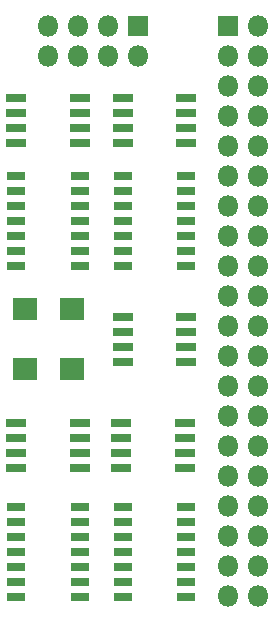
<source format=gts>
G04 #@! TF.GenerationSoftware,KiCad,Pcbnew,5.0.0-fee4fd1~66~ubuntu18.04.1*
G04 #@! TF.CreationDate,2018-09-10T21:16:37+02:00*
G04 #@! TF.ProjectId,QuadCAN-FD,5175616443414E2D46442E6B69636164,rev?*
G04 #@! TF.SameCoordinates,Original*
G04 #@! TF.FileFunction,Soldermask,Top*
G04 #@! TF.FilePolarity,Negative*
%FSLAX46Y46*%
G04 Gerber Fmt 4.6, Leading zero omitted, Abs format (unit mm)*
G04 Created by KiCad (PCBNEW 5.0.0-fee4fd1~66~ubuntu18.04.1) date Mon Sep 10 21:16:37 2018*
%MOMM*%
%LPD*%
G01*
G04 APERTURE LIST*
%ADD10R,1.651600X0.701600*%
%ADD11R,2.101600X1.901600*%
%ADD12R,1.801600X1.801600*%
%ADD13O,1.801600X1.801600*%
%ADD14R,1.601600X0.701600*%
G04 APERTURE END LIST*
D10*
G04 #@! TO.C,U9*
X92667500Y-50060000D03*
X92667500Y-51330000D03*
X92667500Y-52600000D03*
X92667500Y-53870000D03*
X98067500Y-53870000D03*
X98067500Y-52600000D03*
X98067500Y-51330000D03*
X98067500Y-50060000D03*
G04 #@! TD*
D11*
G04 #@! TO.C,X1*
X84367500Y-49425000D03*
X84367500Y-54505000D03*
X88367500Y-54505000D03*
X88367500Y-49425000D03*
G04 #@! TD*
D12*
G04 #@! TO.C,J1*
X101600000Y-25400000D03*
D13*
X104140000Y-25400000D03*
X101600000Y-27940000D03*
X104140000Y-27940000D03*
X101600000Y-30480000D03*
X104140000Y-30480000D03*
X101600000Y-33020000D03*
X104140000Y-33020000D03*
X101600000Y-35560000D03*
X104140000Y-35560000D03*
X101600000Y-38100000D03*
X104140000Y-38100000D03*
X101600000Y-40640000D03*
X104140000Y-40640000D03*
X101600000Y-43180000D03*
X104140000Y-43180000D03*
X101600000Y-45720000D03*
X104140000Y-45720000D03*
X101600000Y-48260000D03*
X104140000Y-48260000D03*
X101600000Y-50800000D03*
X104140000Y-50800000D03*
X101600000Y-53340000D03*
X104140000Y-53340000D03*
X101600000Y-55880000D03*
X104140000Y-55880000D03*
X101600000Y-58420000D03*
X104140000Y-58420000D03*
X101600000Y-60960000D03*
X104140000Y-60960000D03*
X101600000Y-63500000D03*
X104140000Y-63500000D03*
X101600000Y-66040000D03*
X104140000Y-66040000D03*
X101600000Y-68580000D03*
X104140000Y-68580000D03*
X101600000Y-71120000D03*
X104140000Y-71120000D03*
X101600000Y-73660000D03*
X104140000Y-73660000D03*
G04 #@! TD*
D12*
G04 #@! TO.C,J2*
X93980000Y-25400000D03*
D13*
X93980000Y-27940000D03*
X91440000Y-25400000D03*
X91440000Y-27940000D03*
X88900000Y-25400000D03*
X88900000Y-27940000D03*
X86360000Y-25400000D03*
X86360000Y-27940000D03*
G04 #@! TD*
D14*
G04 #@! TO.C,U1*
X92667500Y-38155000D03*
X92667500Y-39425000D03*
X92667500Y-40695000D03*
X92667500Y-41965000D03*
X92667500Y-43235000D03*
X92667500Y-44505000D03*
X92667500Y-45775000D03*
X98067500Y-45775000D03*
X98067500Y-44505000D03*
X98067500Y-43235000D03*
X98067500Y-41965000D03*
X98067500Y-40695000D03*
X98067500Y-39425000D03*
X98067500Y-38155000D03*
G04 #@! TD*
G04 #@! TO.C,U2*
X89067500Y-38155000D03*
X89067500Y-39425000D03*
X89067500Y-40695000D03*
X89067500Y-41965000D03*
X89067500Y-43235000D03*
X89067500Y-44505000D03*
X89067500Y-45775000D03*
X83667500Y-45775000D03*
X83667500Y-44505000D03*
X83667500Y-43235000D03*
X83667500Y-41965000D03*
X83667500Y-40695000D03*
X83667500Y-39425000D03*
X83667500Y-38155000D03*
G04 #@! TD*
G04 #@! TO.C,U3*
X92667500Y-66155000D03*
X92667500Y-67425000D03*
X92667500Y-68695000D03*
X92667500Y-69965000D03*
X92667500Y-71235000D03*
X92667500Y-72505000D03*
X92667500Y-73775000D03*
X98067500Y-73775000D03*
X98067500Y-72505000D03*
X98067500Y-71235000D03*
X98067500Y-69965000D03*
X98067500Y-68695000D03*
X98067500Y-67425000D03*
X98067500Y-66155000D03*
G04 #@! TD*
G04 #@! TO.C,U4*
X89067500Y-66155000D03*
X89067500Y-67425000D03*
X89067500Y-68695000D03*
X89067500Y-69965000D03*
X89067500Y-71235000D03*
X89067500Y-72505000D03*
X89067500Y-73775000D03*
X83667500Y-73775000D03*
X83667500Y-72505000D03*
X83667500Y-71235000D03*
X83667500Y-69965000D03*
X83667500Y-68695000D03*
X83667500Y-67425000D03*
X83667500Y-66155000D03*
G04 #@! TD*
D10*
G04 #@! TO.C,U5*
X98067500Y-31560000D03*
X98067500Y-32830000D03*
X98067500Y-34100000D03*
X98067500Y-35370000D03*
X92667500Y-35370000D03*
X92667500Y-34100000D03*
X92667500Y-32830000D03*
X92667500Y-31560000D03*
G04 #@! TD*
G04 #@! TO.C,U6*
X83667500Y-31560000D03*
X83667500Y-32830000D03*
X83667500Y-34100000D03*
X83667500Y-35370000D03*
X89067500Y-35370000D03*
X89067500Y-34100000D03*
X89067500Y-32830000D03*
X89067500Y-31560000D03*
G04 #@! TD*
G04 #@! TO.C,U7*
X97950000Y-59055000D03*
X97950000Y-60325000D03*
X97950000Y-61595000D03*
X97950000Y-62865000D03*
X92550000Y-62865000D03*
X92550000Y-61595000D03*
X92550000Y-60325000D03*
X92550000Y-59055000D03*
G04 #@! TD*
G04 #@! TO.C,U8*
X83660000Y-59060000D03*
X83660000Y-60330000D03*
X83660000Y-61600000D03*
X83660000Y-62870000D03*
X89060000Y-62870000D03*
X89060000Y-61600000D03*
X89060000Y-60330000D03*
X89060000Y-59060000D03*
G04 #@! TD*
M02*

</source>
